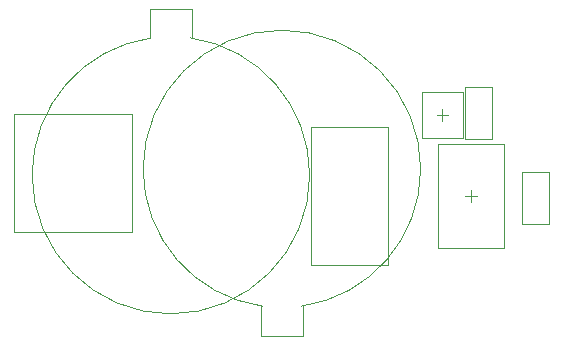
<source format=gbr>
%TF.GenerationSoftware,Altium Limited,Altium Designer,20.0.13 (296)*%
G04 Layer_Color=32768*
%FSLAX45Y45*%
%MOMM*%
%TF.FileFunction,Other,Mechanical_15*%
%TF.Part,Single*%
G01*
G75*
%TA.AperFunction,NonConductor*%
%ADD34C,0.10000*%
%ADD35C,0.05000*%
D34*
X14109700Y5893600D02*
Y5993600D01*
X14059700Y5943600D02*
X14159700D01*
X13693401Y6824400D02*
X14043401D01*
X13693401Y6434400D02*
X14043401D01*
Y6824400D01*
X13693401Y6434400D02*
Y6824400D01*
X13868401Y6579400D02*
Y6679400D01*
X13818401Y6629400D02*
X13918401D01*
D35*
X12674922Y5013914D02*
G03*
X13684500Y6175300I-163222J1161387D01*
G01*
X11334500D02*
G03*
X12344078Y5013914I1172800J0D01*
G01*
X12509500Y7350300D02*
G03*
X11334500Y6175300I0J-1175000D01*
G01*
X13684500D02*
G03*
X12509500Y7350300I-1175000J0D01*
G01*
X11569700Y4948600D02*
G03*
X12744700Y6123600I0J1175000D01*
G01*
X10394700D02*
G03*
X11569700Y4948600I1175000J0D01*
G01*
X11404278Y7284986D02*
G03*
X10394700Y6123600I163222J-1161387D01*
G01*
X12744700D02*
G03*
X11735122Y7284986I-1172800J0D01*
G01*
X11238600Y5641200D02*
Y6641200D01*
X10238600D02*
X11238600D01*
X10238600Y5641200D02*
X11238600D01*
X10238600D02*
Y6641200D01*
X12334500Y4765300D02*
Y5013300D01*
Y4765300D02*
X12684500D01*
Y5013300D01*
X12756000Y6528600D02*
X13406000D01*
Y5358600D02*
Y6528600D01*
X12756000Y5358600D02*
X13406000D01*
X12756000D02*
Y6528600D01*
X14061700Y6871900D02*
X14284700D01*
X14061700Y6428900D02*
X14284700D01*
X14061700D02*
Y6871900D01*
X14284700Y6428900D02*
Y6871900D01*
X14544299Y5709400D02*
X14767300D01*
X14544299Y6152400D02*
X14767300D01*
Y5709400D02*
Y6152400D01*
X14544299Y5709400D02*
Y6152400D01*
X11744700Y7285600D02*
Y7533600D01*
X11394700D02*
X11744700D01*
X11394700Y7285600D02*
Y7533600D01*
X13829700Y6383600D02*
X14389700D01*
X13829700Y5503600D02*
X14389700D01*
Y6383600D01*
X13829700Y5503600D02*
Y6383600D01*
%TF.MD5,2762c76260ebbc66fd207d376c0b8f2c*%
M02*

</source>
